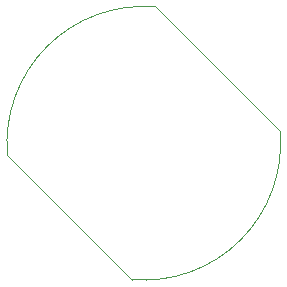
<source format=gbr>
%TF.GenerationSoftware,KiCad,Pcbnew,8.0.2*%
%TF.CreationDate,2024-07-18T23:51:49-05:00*%
%TF.ProjectId,MT6701,4d543637-3031-42e6-9b69-6361645f7063,rev?*%
%TF.SameCoordinates,Original*%
%TF.FileFunction,Profile,NP*%
%FSLAX46Y46*%
G04 Gerber Fmt 4.6, Leading zero omitted, Abs format (unit mm)*
G04 Created by KiCad (PCBNEW 8.0.2) date 2024-07-18 23:51:49*
%MOMM*%
%LPD*%
G01*
G04 APERTURE LIST*
%TA.AperFunction,Profile*%
%ADD10C,0.100000*%
%TD*%
G04 APERTURE END LIST*
D10*
X161543395Y-149000000D02*
G75*
G02*
X148996255Y-161543070I-11543395J-1000000D01*
G01*
X138456930Y-151003745D02*
X148996255Y-161543070D01*
X151000000Y-138456605D02*
X161543395Y-149000000D01*
X138456930Y-151003745D02*
G75*
G02*
X151000000Y-138456605I11543070J1003745D01*
G01*
M02*

</source>
